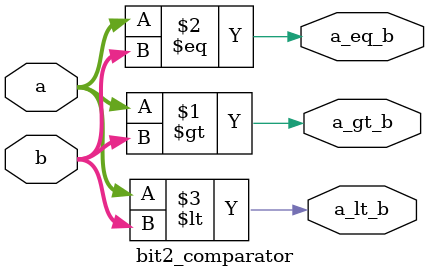
<source format=v>
module bit2_comparator(
    input [1:0] a, // input a
    input [1:0] b, // input b
    output a_gt_b, // output a greater than b
    output a_eq_b, // output a equal to b
    output a_lt_b // output a less than b
);

//compare signals
assign a_gt_b = (a > b); // a is greater than b
assign a_eq_b = (a == b); // a is equal to b
assign a_lt_b = (a < b); // a is less than b

endmodule
</source>
